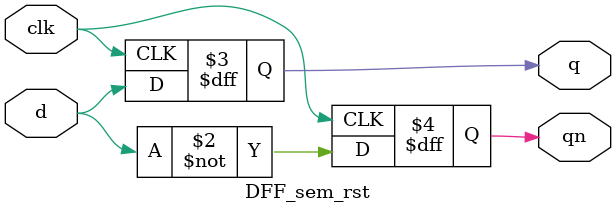
<source format=v>

module DFF_sem_rst(input d, input clk, output reg q, output reg qn);
  
  always @ ( posedge clk) begin
    
      q <= d;
      qn <= ~d;
    
  end

endmodule


</source>
